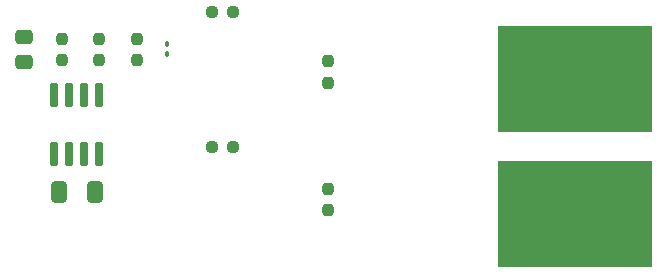
<source format=gtp>
G04 #@! TF.GenerationSoftware,KiCad,Pcbnew,(6.0.2)*
G04 #@! TF.CreationDate,2022-03-12T22:50:08+09:00*
G04 #@! TF.ProjectId,ACBoard,4143426f-6172-4642-9e6b-696361645f70,rev?*
G04 #@! TF.SameCoordinates,Original*
G04 #@! TF.FileFunction,Paste,Top*
G04 #@! TF.FilePolarity,Positive*
%FSLAX46Y46*%
G04 Gerber Fmt 4.6, Leading zero omitted, Abs format (unit mm)*
G04 Created by KiCad (PCBNEW (6.0.2)) date 2022-03-12 22:50:08*
%MOMM*%
%LPD*%
G01*
G04 APERTURE LIST*
G04 Aperture macros list*
%AMRoundRect*
0 Rectangle with rounded corners*
0 $1 Rounding radius*
0 $2 $3 $4 $5 $6 $7 $8 $9 X,Y pos of 4 corners*
0 Add a 4 corners polygon primitive as box body*
4,1,4,$2,$3,$4,$5,$6,$7,$8,$9,$2,$3,0*
0 Add four circle primitives for the rounded corners*
1,1,$1+$1,$2,$3*
1,1,$1+$1,$4,$5*
1,1,$1+$1,$6,$7*
1,1,$1+$1,$8,$9*
0 Add four rect primitives between the rounded corners*
20,1,$1+$1,$2,$3,$4,$5,0*
20,1,$1+$1,$4,$5,$6,$7,0*
20,1,$1+$1,$6,$7,$8,$9,0*
20,1,$1+$1,$8,$9,$2,$3,0*%
G04 Aperture macros list end*
%ADD10RoundRect,0.237500X0.250000X0.237500X-0.250000X0.237500X-0.250000X-0.237500X0.250000X-0.237500X0*%
%ADD11RoundRect,0.250000X-0.475000X0.337500X-0.475000X-0.337500X0.475000X-0.337500X0.475000X0.337500X0*%
%ADD12RoundRect,0.042000X-0.258000X0.943000X-0.258000X-0.943000X0.258000X-0.943000X0.258000X0.943000X0*%
%ADD13RoundRect,0.237500X0.237500X-0.250000X0.237500X0.250000X-0.237500X0.250000X-0.237500X-0.250000X0*%
%ADD14RoundRect,0.237500X-0.237500X0.250000X-0.237500X-0.250000X0.237500X-0.250000X0.237500X0.250000X0*%
%ADD15R,13.000000X9.000000*%
%ADD16RoundRect,0.090000X-0.090000X0.139000X-0.090000X-0.139000X0.090000X-0.139000X0.090000X0.139000X0*%
%ADD17RoundRect,0.250000X0.412500X0.650000X-0.412500X0.650000X-0.412500X-0.650000X0.412500X-0.650000X0*%
G04 APERTURE END LIST*
D10*
X187232500Y-59730000D03*
X185407500Y-59730000D03*
D11*
X169545000Y-50442500D03*
X169545000Y-52517500D03*
D12*
X175895000Y-55360000D03*
X174625000Y-55360000D03*
X173355000Y-55360000D03*
X172085000Y-55360000D03*
X172085000Y-60300000D03*
X173355000Y-60300000D03*
X174625000Y-60300000D03*
X175895000Y-60300000D03*
D10*
X187232500Y-48300000D03*
X185407500Y-48300000D03*
D13*
X179070000Y-52392500D03*
X179070000Y-50567500D03*
D14*
X195210000Y-63262500D03*
X195210000Y-65087500D03*
X195210000Y-52467500D03*
X195210000Y-54292500D03*
D15*
X216165000Y-65445000D03*
D16*
X181610000Y-51912500D03*
X181610000Y-51047500D03*
D17*
X175552500Y-63545000D03*
X172427500Y-63545000D03*
D15*
X216165000Y-54015000D03*
D14*
X172720000Y-50567500D03*
X172720000Y-52392500D03*
D13*
X175895000Y-52392500D03*
X175895000Y-50567500D03*
M02*

</source>
